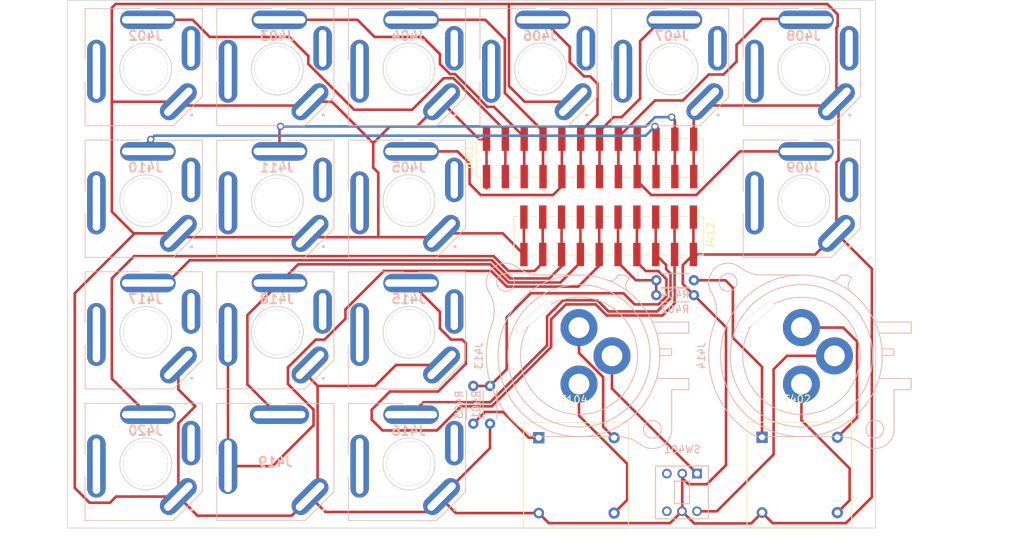
<source format=kicad_pcb>
(kicad_pcb (version 20211014) (generator pcbnew)
  (layers (0 "F.Cu" signal) (31 "B.Cu" signal) (34 "B.Paste" user) (35 "F.Paste" user) (36 "B.SilkS" user "B.Silkscreen") (37 "F.SilkS" user "F.Silkscreen") (38 "B.Mask" user) (39 "F.Mask" user) (44 "Edge.Cuts" user))
  (net 0 "")
  (net 1 "GND")
  (net 2 "CH1")
  (net 3 "CH2")
  (net 4 "CH3")
  (net 5 "CH4")
  (net 6 "CH5")
  (net 7 "CH6")
  (net 8 "CH7")
  (net 9 "CH8")
  (net 10 "CH9")
  (net 11 "CH10")
  (net 12 "Klinke R ")
  (net 13 "Klinke L")
  (net 14 "Main R")
  (net 15 "Main L")
  (net 16 "Kopfhörer L")
  (net 17 "Kopfhörer R")
  (net 18 "Rec R")
  (net 19 "Rec L")
  (net 20 "Net-(J413-Pad1)")
  (net 21 "Net-(J413-Pad2)")
  (net 22 "Net-(J413-Pad3)")
  (net 23 "Net-(J414-Pad1)")
  (net 24 "Net-(J414-Pad2)")
  (net 25 "Net-(J414-Pad3)")
  (net 26 "Net-(R403-Pad2)")
  (net 27 "Net-(R404-Pad2)")
  (footprint "Connector_PinHeader_2.54mm:PinHeader_2x10_P2.54mm_Vertical_SMD" (layer "F.Cu") (at 192 51.75 -90)
    (fp_text reference "J412")
    (fp_text value "Ausgänge")
  )
  (footprint "Transformer_THT:Transformer 102D" (layer "F.Cu") (at 193.75 80)
    (fp_text reference "T104")
    (fp_text value "XLR Rechts")
  )
  (footprint "Transformer_THT:Transformer 102D" (layer "F.Cu") (at 223.8635 79.936)
    (fp_text reference "T402")
    (fp_text value "XLR Links")
  )
  (footprint "Connector_PinHeader_2.54mm:PinHeader_2x12_P2.54mm_Vertical_SMD" (layer "F.Cu") (at 189.5 41.25 90)
    (fp_text reference "J401")
    (fp_text value "CH 1-10")
  )
  (footprint "Connector_Audio:Jack_XLR_Neutrik_NC3FAAV1-DA_Vertical" (layer "B.Cu") (at 218 71.75 -90)
    (fp_text reference "J414")
    (fp_text value "XLR Links")
  )
  (footprint "Connector_Audio:ACJSMV344 flat solder 6,3mm" (layer "B.Cu") (at 124.5685 86.92 180)
    (fp_text reference "J420")
    (fp_text value "AudioJack2_Switch" hide)
    (fp_circle (center -5 4.4) (end -6.8 1.4) (layer "Edge.Cuts") (width 0.12) (fill none))
  )
  (footprint "Connector_Audio:ACJSMV344 flat solder 6,3mm" (layer "B.Cu") (at 160.0685 51.42 180)
    (fp_text reference "J405")
    (fp_text value "Dir Out 3L" hide)
    (fp_circle (center -5 4.4) (end -6.8 1.4) (layer "Edge.Cuts") (width 0.12) (fill none))
  )
  (footprint "Connector_Audio:ACJSMV344 flat solder 6,3mm" (layer "B.Cu") (at 160.0685 69.17 180)
    (fp_text reference "J415")
    (fp_text value "6,3Klinke R" hide)
    (fp_circle (center -5 4.4) (end -6.8 1.4) (layer "Edge.Cuts") (width 0.12) (fill none))
  )
  (footprint "Connector_Audio:ACJSMV344 flat solder 6,3mm" (layer "B.Cu") (at 213.3185 33.67 180)
    (fp_text reference "J408")
    (fp_text value "Dir Out 6R" hide)
    (fp_circle (center -5 4.4) (end -6.8 1.4) (layer "Edge.Cuts") (width 0.12) (fill none))
  )
  (footprint "Connector_Audio:ACJSMV344 flat solder 6,3mm" (layer "B.Cu") (at 124.5685 69.17 180)
    (fp_text reference "J417")
    (fp_text value "AudioJack2_Switch" hide)
    (fp_circle (center -5 4.4) (end -6.8 1.4) (layer "Edge.Cuts") (width 0.12) (fill none))
  )
  (footprint "Resistor_THT:R_Axial_DIN0204_L3.6mm_D1.6mm_P5.08mm_Horizontal" (layer "B.Cu") (at 173.75 72 -90)
    (fp_text reference "R403")
    (fp_text value "?")
  )
  (footprint "Connector_Audio:ACJSMV344 flat solder 6,3mm" (layer "B.Cu") (at 213.3185 51.42 180)
    (fp_text reference "J409")
    (fp_text value "Dir Out 6L" hide)
    (fp_circle (center -5 4.4) (end -6.8 1.4) (layer "Edge.Cuts") (width 0.12) (fill none))
  )
  (footprint "Connector_Audio:ACJS-MV35-3 flat solder" (layer "B.Cu") (at 142.3185 86.92 180)
    (fp_text reference "J419")
    (fp_text value "Kopfhörer" hide)
  )
  (footprint "Resistor_THT:R_Axial_DIN0204_L3.6mm_D1.6mm_P5.08mm_Horizontal" (layer "B.Cu") (at 176 72 -90)
    (fp_text reference "R401")
    (fp_text value "?")
  )
  (footprint "Connector_Audio:ACJSMV344 flat solder 6,3mm" (layer "B.Cu") (at 142.3185 33.67 180)
    (fp_text reference "J403")
    (fp_text value "Dir Out 2" hide)
    (fp_circle (center -5 4.4) (end -6.8 1.4) (layer "Edge.Cuts") (width 0.12) (fill none))
  )
  (footprint "Connector_Audio:ACJSMV344 flat solder 6,3mm" (layer "B.Cu") (at 160.0685 33.67 180)
    (fp_text reference "J404")
    (fp_text value "Dir Out 3R" hide)
    (fp_circle (center -5 4.4) (end -6.8 1.4) (layer "Edge.Cuts") (width 0.12) (fill none))
  )
  (footprint "Connector_Audio:ACJSMV344 flat solder 6,3mm" (layer "B.Cu") (at 160.0685 86.92 180)
    (fp_text reference "J416")
    (fp_text value "AudioJack2_Switch" hide)
    (fp_circle (center -5 4.4) (end -6.8 1.4) (layer "Edge.Cuts") (width 0.12) (fill none))
  )
  (footprint "Connector_Audio:ACJSMV344 flat solder 6,3mm" (layer "B.Cu") (at 142.3185 69.17 180)
    (fp_text reference "J418")
    (fp_text value "AudioJack3" hide)
    (fp_circle (center -5 4.4) (end -6.8 1.4) (layer "Edge.Cuts") (width 0.12) (fill none))
  )
  (footprint "Connector_Audio:ACJSMV344 flat solder 6,3mm" (layer "B.Cu") (at 195.5685 33.67 180)
    (fp_text reference "J407")
    (fp_text value "Dir Out 5" hide)
    (fp_circle (center -5 4.4) (end -6.8 1.4) (layer "Edge.Cuts") (width 0.12) (fill none))
  )
  (footprint "Connector_Audio:ACJSMV344 flat solder 6,3mm" (layer "B.Cu") (at 142.3185 51.42 180)
    (fp_text reference "J411")
    (fp_text value "Dir Out 8" hide)
    (fp_circle (center -5 4.4) (end -6.8 1.4) (layer "Edge.Cuts") (width 0.12) (fill none))
  )
  (footprint "Button_Switch_THT:SW -- Latching_mini_SW" (layer "B.Cu") (at 204.4265 83.312 180)
    (fp_text reference "SW401")
    (fp_text value "Gnd Left")
  )
  (footprint "Resistor_THT:R_Axial_DIN0204_L3.6mm_D1.6mm_P5.08mm_Horizontal" (layer "B.Cu") (at 198.42 57.75)
    (fp_text reference "R404")
    (fp_text value "?")
  )
  (footprint "Connector_Audio:Jack_XLR_Neutrik_NC3FAAV1-DA_Vertical" (layer "B.Cu") (at 188 71.75 -90)
    (fp_text reference "J413")
    (fp_text value "XLR Rechts")
  )
  (footprint "Connector_Audio:ACJSMV344 flat solder 6,3mm" (layer "B.Cu") (at 177.8185 33.67 180)
    (fp_text reference "J406")
    (fp_text value "Dir Out 4" hide)
    (fp_circle (center -5 4.4) (end -6.8 1.4) (layer "Edge.Cuts") (width 0.12) (fill none))
  )
  (footprint "Connector_Audio:ACJSMV344 flat solder 6,3mm" (layer "B.Cu") (at 124.5685 33.67 180)
    (fp_text reference "J402")
    (fp_text value "Dir Out 1" hide)
    (fp_circle (center -5 4.4) (end -6.8 1.4) (layer "Edge.Cuts") (width 0.12) (fill none))
  )
  (footprint "Resistor_THT:R_Axial_DIN0204_L3.6mm_D1.6mm_P5.08mm_Horizontal" (layer "B.Cu") (at 198.42 59.75)
    (fp_text reference "R402")
    (fp_text value "?")
  )
  (footprint "Connector_Audio:ACJSMV344 flat solder 6,3mm" (layer "B.Cu") (at 124.5685 51.42 180)
    (fp_text reference "J410")
    (fp_text value "Dir Out 7" hide)
    (fp_circle (center -5 4.4) (end -6.8 1.4) (layer "Edge.Cuts") (width 0.12) (fill none))
  )
  (gr_rect (start 119 20) (end 227.99 91.16) (layer "Edge.Cuts") (width 0.1) (fill none))
  (segment (start 203.47 38.725) (end 203.47 43.775) (width 0.35) (layer "F.Cu") (net 1))
  (segment (start 133.9685 51.42) (end 128.08 51.42) (width 0.35) (layer "F.Cu") (net 1))
  (segment (start 136.25 74.75) (end 133.9685 72.4685) (width 0.35) (layer "F.Cu") (net 1))
  (segment (start 163.33 69.17) (end 160.5 72) (width 0.35) (layer "F.Cu") (net 1))
  (segment (start 176 77.08) (end 176 80.3885) (width 0.35) (layer "F.Cu") (net 1))
  (segment (start 133.9685 72.4685) (end 133.9685 69.17) (width 0.35) (layer "F.Cu") (net 1))
  (segment (start 222.7185 41.871903) (end 223 41.590403) (width 0.35) (layer "F.Cu") (net 1))
  (segment (start 203.43 54.275) (end 219.8635 54.275) (width 0.35) (layer "F.Cu") (net 1))
  (segment (start 133.9685 86.92) (end 133.9685 77.0315) (width 0.35) (layer "F.Cu") (net 1))
  (segment (start 178.55 31.55) (end 178.55 20.55) (width 0.35) (layer "F.Cu") (net 1))
  (segment (start 180.67 33.67) (end 178.55 31.55) (width 0.35) (layer "F.Cu") (net 1))
  (segment (start 154.67 33.67) (end 160.25 39.25) (width 0.35) (layer "F.Cu") (net 1))
  (segment (start 205.4835 34.185) (end 204.9685 33.67) (width 0.35) (layer "F.Cu") (net 1))
  (segment (start 203.47 35.1685) (end 204.9685 33.67) (width 0.35) (layer "F.Cu") (net 1))
  (segment (start 187.2185 33.67) (end 180.67 33.67) (width 0.35) (layer "F.Cu") (net 1))
  (segment (start 151.7185 69.17) (end 151.7185 70.9685) (width 0.35) (layer "F.Cu") (net 1))
  (segment (start 152.75 85.8885) (end 151.7185 86.92) (width 0.35) (layer "F.Cu") (net 1))
  (segment (start 133.9685 51.42) (end 134.4835 51.935) (width 0.35) (layer "F.Cu") (net 1))
  (segment (start 223 41.590403) (end 223 33.9515) (width 0.35) (layer "F.Cu") (net 1))
  (segment (start 211.231057 90.536443) (end 212.6875 89.08) (width 0.35) (layer "F.Cu") (net 1))
  (segment (start 120 85.75) (end 122 87.75) (width 0.35) (layer "F.Cu") (net 1))
  (segment (start 125 48.5) (end 125 33.75) (width 0.35) (layer "F.Cu") (net 1))
  (segment (start 160.935 51.935) (end 168.9535 51.935) (width 0.35) (layer "F.Cu") (net 1))
  (segment (start 227.5 87) (end 227.5 56.2015) (width 0.35) (layer "F.Cu") (net 1))
  (segment (start 201.9265 83.82) (end 201.9265 88.86) (width 0.35) (layer "F.Cu") (net 1))
  (segment (start 202 55.705) (end 203.43 54.275) (width 0.35) (layer "F.Cu") (net 1))
  (segment (start 219.8635 54.275) (end 222.7185 51.42) (width 0.35) (layer "F.Cu") (net 1))
  (segment (start 136 75) (end 136.25 74.75) (width 0.35) (layer "F.Cu") (net 1))
  (segment (start 152.75 72) (end 152.75 85.8885) (width 0.35) (layer "F.Cu") (net 1))
  (segment (start 133.9685 33.67) (end 134.4835 34.185) (width 0.35) (layer "F.Cu") (net 1))
  (segment (start 151.7185 33.67) (end 154.67 33.67) (width 0.35) (layer "F.Cu") (net 1))
  (segment (start 133.9685 86.92) (end 136.5485 89.5) (width 0.35) (layer "F.Cu") (net 1))
  (segment (start 205.25 85.25) (end 207.83 82.67) (width 0.35) (layer "F.Cu") (net 1))
  (segment (start 134.4835 34.185) (end 151.2035 34.185) (width 0.35) (layer "F.Cu") (net 1))
  (segment (start 151.2035 51.935) (end 151.7185 51.42) (width 0.35) (layer "F.Cu") (net 1))
  (segment (start 162.5 37) (end 166.1385 37) (width 0.35) (layer "F.Cu") (net 1))
  (segment (start 203.522943 90.536443) (end 211.231057 90.536443) (width 0.35) (layer "F.Cu") (net 1))
  (segment (start 222.2035 34.185) (end 205.4835 34.185) (width 0.35) (layer "F.Cu") (net 1))
  (segment (start 171.394 89.144) (end 182.574 89.144) (width 0.35) (layer "F.Cu") (net 1))
  (segment (start 134.4835 51.935) (end 151.2035 51.935) (width 0.35) (layer "F.Cu") (net 1))
  (segment (start 151.7185 86.92) (end 153.7985 89) (width 0.35) (layer "F.Cu") (net 1))
  (segment (start 178.55 20.55) (end 178.5 20.5) (width 0.35) (layer "F.Cu") (net 1))
  (segment (start 201.8865 88.9) (end 203.522943 90.536443) (width 0.35) (layer "F.Cu") (net 1))
  (segment (start 175.53 38.725) (end 175.53 43.775) (width 0.35) (layer "F.Cu") (net 1))
  (segment (start 223 33.9515) (end 222.7185 33.67) (width 0.35) (layer "F.Cu") (net 1))
  (segment (start 201.9265 83.82) (end 201.9265 84.4265) (width 0.35) (layer "F.Cu") (net 1))
  (segment (start 212.6875 89.08) (end 214.1075 90.5) (width 0.35) (layer "F.Cu") (net 1))
  (segment (start 122 87.75) (end 124.75 87.75) (width 0.35) (layer "F.Cu") (net 1))
  (segment (start 202 58.25) (end 202 55.705) (width 0.35) (layer "F.Cu") (net 1))
  (segment (start 222.7185 23.669798) (end 222.888298 23.5) (width 0.35) (layer "F.Cu") (net 1))
  (segment (start 201.9265 88.86) (end 201.8865 88.9) (width 0.35) (layer "F.Cu") (net 1))
  (segment (start 152.2335 51.935) (end 160.935 51.935) (width 0.35) (layer "F.Cu") (net 1))
  (segment (start 203.43 43.815) (end 203.47 43.775) (width 0.35) (layer "F.Cu") (net 1))
  (segment (start 160.25 39.25) (end 162.5 37) (width 0.35) (layer "F.Cu") (net 1))
  (segment (start 222.888298 21.888298) (end 221.5 20.5) (width 0.35) (layer "F.Cu") (net 1))
  (segment (start 120 59.5) (end 120 85.75) (width 0.35) (layer "F.Cu") (net 1))
  (segment (start 177.715 51.42) (end 180.57 54.275) (width 0.35) (layer "F.Cu") (net 1))
  (segment (start 160.25 42.560403) (end 160.25 39.25) (width 0.35) (layer "F.Cu") (net 1))
  (segment (start 149.25 89.5) (end 151.7185 87.0315) (width 0.35) (layer "F.Cu") (net 1))
  (segment (start 214.1075 90.5) (end 224 90.5) (width 0.35) (layer "F.Cu") (net 1))
  (segment (start 169.4685 86.92) (end 169.4685 87.2185) (width 0.35) (layer "F.Cu") (net 1))
  (segment (start 125.08 33.67) (end 125 33.75) (width 0.35) (layer "F.Cu") (net 1))
  (segment (start 222.7185 33.67) (end 222.7185 23.669798) (width 0.35) (layer "F.Cu") (net 1))
  (segment (start 222.7185 51.42) (end 222.7185 41.871903) (width 0.35) (layer "F.Cu") (net 1))
  (segment (start 178.5 20.5) (end 125.5 20.5) (width 0.35) (layer "F.Cu") (net 1))
  (segment (start 133.9685 51.42) (end 127.92 51.42) (width 0.35) (layer "F.Cu") (net 1))
  (segment (start 169.4685 69.17) (end 163.33 69.17) (width 0.35) (layer "F.Cu") (net 1))
  (segment (start 175.53 38.725) (end 174.5235 38.725) (width 0.35) (layer "F.Cu") (net 1))
  (segment (start 151.7185 51.42) (end 152.2335 51.935) (width 0.35) (layer "F.Cu") (net 1))
  (segment (start 183.93 90.5) (end 200.2865 90.5) (width 0.35) (layer "F.Cu") (net 1))
  (segment (start 160.935 51.935) (end 160.935 43.245403) (width 0.35) (layer "F.Cu") (net 1))
  (segment (start 203.43 49.225) (end 203.43 54.275) (width 0.35) (layer "F.Cu") (net 1))
  (segment (start 201.9265 84.4265) (end 202.75 85.25) (width 0.35) (layer "F.Cu") (net 1))
  (segment (start 203.47 38.725) (end 203.47 35.1685) (width 0.35) (layer "F.Cu") (net 1))
  (segment (start 207.83 64.08) (end 202 58.25) (width 0.35) (layer "F.Cu") (net 1))
  (segment (start 125.58 86.92) (end 133.9685 86.92) (width 0.35) (layer "F.Cu") (net 1))
  (segment (start 224 90.5) (end 227.5 87) (width 0.35) (layer "F.Cu") (net 1))
  (segment (start 153.7985 89) (end 167.3885 89) (width 0.35) (layer "F.Cu") (net 1))
  (segment (start 207.83 82.67) (end 207.83 64.08) (width 0.35) (layer "F.Cu") (net 1))
  (segment (start 151.2035 34.185) (end 151.7185 33.67) (width 0.35) (layer "F.Cu") (net 1))
  (segment (start 202.75 85.25) (end 205.25 85.25) (width 0.35) (layer "F.Cu") (net 1))
  (segment (start 151.7185 70.9685) (end 152.75 72) (width 0.35) (layer "F.Cu") (net 1))
  (segment (start 222.888298 23.5) (end 222.888298 21.888298) (width 0.35) (layer "F.Cu") (net 1))
  (segment (start 160.5 72) (end 152.75 72) (width 0.35) (layer "F.Cu") (net 1))
  (segment (start 128.08 51.42) (end 120 59.5) (width 0.35) (layer "F.Cu") (net 1))
  (segment (start 125.5 20.5) (end 125 21) (width 0.35) (layer "F.Cu") (net 1))
  (segment (start 174.5235 38.725) (end 169.4685 33.67) (width 0.35) (layer "F.Cu") (net 1))
  (segment (start 133.9685 77.0315) (end 136 75) (width 0.35) (layer "F.Cu") (net 1))
  (segment (start 166.1385 37) (end 169.4685 33.67) (width 0.35) (layer "F.Cu") (net 1))
  (segment (start 136.5485 89.5) (end 149.25 89.5) (width 0.35) (layer "F.Cu") (net 1))
  (segment (start 175.53 44.185) (end 175.53 43.775) (width 0.35) (layer "F.Cu") (net 1))
  (segment (start 222.7185 33.67) (end 222.2035 34.185) (width 0.35) (layer "F.Cu") (net 1))
  (segment (start 169.4685 87.2185) (end 171.394 89.144) (width 0.35) (layer "F.Cu") (net 1))
  (segment (start 221.5 20.5) (end 178.5 20.5) (width 0.35) (layer "F.Cu") (net 1))
  (segment (start 124.75 87.75) (end 125.58 86.92) (width 0.35) (layer "F.Cu") (net 1))
  (segment (start 182.574 89.144) (end 183.93 90.5) (width 0.35) (layer "F.Cu") (net 1))
  (segment (start 125 21) (end 125 33.75) (width 0.35) (layer "F.Cu") (net 1))
  (segment (start 151.7185 87.0315) (end 151.7185 86.92) (width 0.35) (layer "F.Cu") (net 1))
  (segment (start 133.9685 33.67) (end 125.08 33.67) (width 0.35) (layer "F.Cu") (net 1))
  (segment (start 160.935 43.245403) (end 160.25 42.560403) (width 0.35) (layer "F.Cu") (net 1))
  (segment (start 168.9535 51.935) (end 169.4685 51.42) (width 0.35) (layer "F.Cu") (net 1))
  (segment (start 180.57 49.225) (end 180.57 54.275) (width 0.35) (layer "F.Cu") (net 1))
  (segment (start 167.3885 89) (end 169.4685 86.92) (width 0.35) (layer "F.Cu") (net 1))
  (segment (start 175.53 43.775) (end 175.53 45.3585) (width 0.35) (layer "F.Cu") (net 1))
  (segment (start 176 80.3885) (end 169.4685 86.92) (width 0.35) (layer "F.Cu") (net 1))
  (segment (start 169.4685 51.42) (end 177.715 51.42) (width 0.35) (layer "F.Cu") (net 1))
  (segment (start 127.92 51.42) (end 125 48.5) (width 0.35) (layer "F.Cu") (net 1))
  (segment (start 227.5 56.2015) (end 222.7185 51.42) (width 0.35) (layer "F.Cu") (net 1))
  (segment (start 200.2865 90.5) (end 201.8865 88.9) (width 0.35) (layer "F.Cu") (net 1))
  (segment (start 169.4685 69.17) (end 168.9535 69.685) (width 0.35) (layer "B.Cu") (net 1))
  (segment (start 152.2335 69.685) (end 151.7185 69.17) (width 0.35) (layer "B.Cu") (net 1))
  (segment (start 165.5 34.75) (end 157.670403 34.75) (width 0.35) (layer "F.Cu") (net 2))
  (segment (start 171.071472 30.5) (end 169.75 30.5) (width 0.35) (layer "F.Cu") (net 2))
  (segment (start 172.330937 31.830937) (end 172.330937 31.759465) (width 0.35) (layer "F.Cu") (net 2))
  (segment (start 148.935 24.935) (end 138.201597 24.935) (width 0.35) (layer "F.Cu") (net 2))
  (segment (start 135.886597 22.62) (end 129.8585 22.62) (width 0.35) (layer "F.Cu") (net 2))
  (segment (start 178.07 37.57) (end 172.330937 31.830937) (width 0.35) (layer "F.Cu") (net 2))
  (segment (start 151.5 27.5) (end 148.935 24.935) (width 0.35) (layer "F.Cu") (net 2))
  (segment (start 151.5 28.579597) (end 151.5 27.5) (width 0.35) (layer "F.Cu") (net 2))
  (segment (start 138.201597 24.935) (end 135.886597 22.62) (width 0.35) (layer "F.Cu") (net 2))
  (segment (start 172.330937 31.759465) (end 171.071472 30.5) (width 0.35) (layer "F.Cu") (net 2))
  (segment (start 178.07 38.725) (end 178.07 37.57) (width 0.35) (layer "F.Cu") (net 2))
  (segment (start 178.07 38.725) (end 178.07 43.775) (width 0.35) (layer "F.Cu") (net 2))
  (segment (start 157.670403 34.75) (end 151.5 28.579597) (width 0.35) (layer "F.Cu") (net 2))
  (segment (start 169.75 30.5) (end 165.5 34.75) (width 0.35) (layer "F.Cu") (net 2))
  (segment (start 175.638909 34.361091) (end 174.5435 33.265682) (width 0.35) (layer "F.Cu") (net 3))
  (segment (start 180.61 38.44) (end 176.531091 34.361091) (width 0.35) (layer "F.Cu") (net 3))
  (segment (start 170.620403 29.95) (end 169.25 28.579597) (width 0.35) (layer "F.Cu") (net 3))
  (segment (start 176.531091 34.361091) (end 175.638909 34.361091) (width 0.35) (layer "F.Cu") (net 3))
  (segment (start 180.61 38.725) (end 180.61 38.44) (width 0.35) (layer "F.Cu") (net 3))
  (segment (start 160.435 24.935) (end 158.12 22.62) (width 0.35) (layer "F.Cu") (net 3))
  (segment (start 169.25 28.579597) (end 169.25 27.25) (width 0.35) (layer "F.Cu") (net 3))
  (segment (start 174.5435 33.265682) (end 174.5435 33.19421) (width 0.35) (layer "F.Cu") (net 3))
  (segment (start 180.61 38.725) (end 180.61 43.775) (width 0.35) (layer "F.Cu") (net 3))
  (segment (start 166.935 24.935) (end 160.435 24.935) (width 0.35) (layer "F.Cu") (net 3))
  (segment (start 158.12 22.62) (end 147.6085 22.62) (width 0.35) (layer "F.Cu") (net 3))
  (segment (start 171.29929 29.95) (end 170.620403 29.95) (width 0.35) (layer "F.Cu") (net 3))
  (segment (start 169.25 27.25) (end 166.935 24.935) (width 0.35) (layer "F.Cu") (net 3))
  (segment (start 174.5435 33.19421) (end 171.29929 29.95) (width 0.35) (layer "F.Cu") (net 3))
  (segment (start 175.37 22.62) (end 165.3585 22.62) (width 0.35) (layer "F.Cu") (net 4))
  (segment (start 178 25.25) (end 175.37 22.62) (width 0.35) (layer "F.Cu") (net 4))
  (segment (start 183.15 37.65) (end 178 32.5) (width 0.35) (layer "F.Cu") (net 4))
  (segment (start 183.15 38.725) (end 183.15 43.775) (width 0.35) (layer "F.Cu") (net 4))
  (segment (start 178 32.5) (end 178 25.25) (width 0.35) (layer "F.Cu") (net 4))
  (segment (start 183.15 38.725) (end 183.15 37.65) (width 0.35) (layer "F.Cu") (net 4))
  (segment (start 173.25 44.75) (end 173.25 42) (width 0.35) (layer "F.Cu") (net 5))
  (segment (start 185.69 38.725) (end 185.69 43.775) (width 0.35) (layer "F.Cu") (net 5))
  (segment (start 174.75 46.25) (end 173.25 44.75) (width 0.35) (layer "F.Cu") (net 5))
  (segment (start 173.25 42) (end 171.62 40.37) (width 0.35) (layer "F.Cu") (net 5))
  (segment (start 185.69 44.06) (end 185.75 44.12) (width 0.35) (layer "F.Cu") (net 5))
  (segment (start 184.5 46.25) (end 174.75 46.25) (width 0.35) (layer "F.Cu") (net 5))
  (segment (start 185.75 45) (end 184.5 46.25) (width 0.35) (layer "F.Cu") (net 5))
  (segment (start 185.69 43.775) (end 185.69 44.06) (width 0.35) (layer "F.Cu") (net 5))
  (segment (start 185.75 44.12) (end 185.75 45) (width 0.35) (layer "F.Cu") (net 5))
  (segment (start 171.62 40.37) (end 165.3585 40.37) (width 0.35) (layer "F.Cu") (net 5))
  (segment (start 189.5 30.25) (end 188.670403 30.25) (width 0.35) (layer "F.Cu") (net 6))
  (segment (start 190.5 35.38) (end 190.5 31.25) (width 0.35) (layer "F.Cu") (net 6))
  (segment (start 186.75 28.329597) (end 186.75 26.2615) (width 0.35) (layer "F.Cu") (net 6))
  (segment (start 186.75 26.2615) (end 183.1085 22.62) (width 0.35) (layer "F.Cu") (net 6))
  (segment (start 188.23 38.725) (end 188.23 37.65) (width 0.35) (layer "F.Cu") (net 6))
  (segment (start 188.670403 30.25) (end 186.75 28.329597) (width 0.35) (layer "F.Cu") (net 6))
  (segment (start 190.5 31.25) (end 189.5 30.25) (width 0.35) (layer "F.Cu") (net 6))
  (segment (start 188.23 38.725) (end 188.23 43.775) (width 0.35) (layer "F.Cu") (net 6))
  (segment (start 188.23 37.65) (end 190.5 35.38) (width 0.35) (layer "F.Cu") (net 6))
  (segment (start 193.75 35.75) (end 196.25 33.25) (width 0.35) (layer "F.Cu") (net 7))
  (segment (start 190.77 38.725) (end 190.77 37.65) (width 0.35) (layer "F.Cu") (net 7))
  (segment (start 192.67 35.75) (end 193.75 35.75) (width 0.35) (layer "F.Cu") (net 7))
  (segment (start 190.77 38.725) (end 190.77 43.775) (width 0.35) (layer "F.Cu") (net 7))
  (segment (start 190.77 37.65) (end 192.67 35.75) (width 0.35) (layer "F.Cu") (net 7))
  (segment (start 196.25 25.5) (end 199.13 22.62) (width 0.35) (layer "F.Cu") (net 7))
  (segment (start 196.25 33.25) (end 196.25 25.5) (width 0.35) (layer "F.Cu") (net 7))
  (segment (start 199.13 22.62) (end 200.8585 22.62) (width 0.35) (layer "F.Cu") (net 7))
  (segment (start 209.25 28.25) (end 209.25 26) (width 0.35) (layer "F.Cu") (net 8))
  (segment (start 202 33.5) (end 205.5 30) (width 0.35) (layer "F.Cu") (net 8))
  (segment (start 212.75 22.5) (end 218.4885 22.5) (width 0.35) (layer "F.Cu") (net 8))
  (segment (start 193.31 38.725) (end 193.31 38.44) (width 0.35) (layer "F.Cu") (net 8))
  (segment (start 218.4885 22.5) (end 218.6085 22.62) (width 0.35) (layer "F.Cu") (net 8))
  (segment (start 193.31 38.44) (end 198.25 33.5) (width 0.35) (layer "F.Cu") (net 8))
  (segment (start 209.25 26) (end 212.75 22.5) (width 0.35) (layer "F.Cu") (net 8))
  (segment (start 205.5 30) (end 207.5 30) (width 0.35) (layer "F.Cu") (net 8))
  (segment (start 207.5 30) (end 209.25 28.25) (width 0.35) (layer "F.Cu") (net 8))
  (segment (start 193.31 38.725) (end 193.31 43.775) (width 0.35) (layer "F.Cu") (net 8))
  (segment (start 198.25 33.5) (end 202 33.5) (width 0.35) (layer "F.Cu") (net 8))
  (segment (start 195.85 38.725) (end 195.85 43.775) (width 0.35) (layer "F.Cu") (net 9))
  (segment (start 195.85 44.35) (end 195.85 43.775) (width 0.35) (layer "F.Cu") (net 9))
  (segment (start 218.6085 40.37) (end 209.7 40.37) (width 0.35) (layer "F.Cu") (net 9))
  (segment (start 209.7 40.37) (end 203.82 46.25) (width 0.35) (layer "F.Cu") (net 9))
  (segment (start 203.82 46.25) (end 197.75 46.25) (width 0.35) (layer "F.Cu") (net 9))
  (segment (start 197.75 46.25) (end 195.85 44.35) (width 0.35) (layer "F.Cu") (net 9))
  (segment (start 129.8585 39.1415) (end 130.25 38.75) (width 0.35) (layer "F.Cu") (net 10))
  (segment (start 198.39 38.725) (end 198.39 43.775) (width 0.35) (layer "F.Cu") (net 10))
  (segment (start 198.39 37.14) (end 198.25 37) (width 0.35) (layer "F.Cu") (net 10))
  (segment (start 198.39 38.725) (end 198.39 37.14) (width 0.35) (layer "F.Cu") (net 10))
  (segment (start 129.8585 40.37) (end 129.8585 39.1415) (width 0.35) (layer "F.Cu") (net 10))
  (via (at 130.25 38.75) (size 1) (drill 0.6) (layers "F.Cu" "B.Cu") (net 10))
  (via (at 198.25 37) (size 1) (drill 0.6) (layers "F.Cu" "B.Cu") (net 10))
  (segment (start 197 38.25) (end 130.75 38.25) (width 0.35) (layer "B.Cu") (net 10))
  (segment (start 198.25 37) (end 197 38.25) (width 0.35) (layer "B.Cu") (net 10))
  (segment (start 130.75 38.25) (end 130.25 38.75) (width 0.35) (layer "B.Cu") (net 10))
  (segment (start 200.93 38.725) (end 200.93 43.775) (width 0.35) (layer "F.Cu") (net 11))
  (segment (start 200.93 36.18) (end 200.5 35.75) (width 0.35) (layer "F.Cu") (net 11))
  (segment (start 147.6085 40.37) (end 147.6085 37.1415) (width 0.35) (layer "F.Cu") (net 11))
  (segment (start 200.93 38.725) (end 200.93 36.18) (width 0.35) (layer "F.Cu") (net 11))
  (segment (start 147.6085 37.1415) (end 147.75 37) (width 0.35) (layer "F.Cu") (net 11))
  (via (at 147.75 37) (size 1) (drill 0.6) (layers "F.Cu" "B.Cu") (net 11))
  (via (at 200.5 35.75) (size 1) (drill 0.6) (layers "F.Cu" "B.Cu") (net 11))
  (segment (start 147.75 37) (end 197.012563 37) (width 0.35) (layer "B.Cu") (net 11))
  (segment (start 197.012563 37) (end 198.262563 35.75) (width 0.35) (layer "B.Cu") (net 11))
  (segment (start 198.262563 35.75) (end 200.5 35.75) (width 0.35) (layer "B.Cu") (net 11))
  (segment (start 160.0435 75.2065) (end 160.0435 76.5435) (width 0.35) (layer "F.Cu") (net 12))
  (segment (start 172.25 65.75) (end 172.75 66.25) (width 0.35) (layer "F.Cu") (net 12))
  (segment (start 184.25 63) (end 186.25 61) (width 0.35) (layer "F.Cu") (net 12))
  (segment (start 169.25 62.0115) (end 169.25 64.25) (width 0.35) (layer "F.Cu") (net 12))
  (segment (start 172.090403 74.75) (end 176.25 74.75) (width 0.35) (layer "F.Cu") (net 12))
  (segment (start 172.75 69) (end 169 72.75) (width 0.35) (layer "F.Cu") (net 12))
  (segment (start 170.75 65.75) (end 172.25 65.75) (width 0.35) (layer "F.Cu") (net 12))
  (segment (start 186.5 61) (end 190.25 61) (width 0.35) (layer "F.Cu") (net 12))
  (segment (start 200.89 60.86) (end 200.89 54.275) (width 0.35) (layer "F.Cu") (net 12))
  (segment (start 186.25 61) (end 186.75 61) (width 0.35) (layer "F.Cu") (net 12))
  (segment (start 161.5 78) (end 168.840403 78) (width 0.35) (layer "F.Cu") (net 12))
  (segment (start 200.89 49.225) (end 200.89 54.275) (width 0.35) (layer "F.Cu") (net 12))
  (segment (start 199.25 62.5) (end 200.89 60.86) (width 0.35) (layer "F.Cu") (net 12))
  (segment (start 169 72.75) (end 162.5 72.75) (width 0.35) (layer "F.Cu") (net 12))
  (segment (start 165.3585 58.12) (end 169.25 62.0115) (width 0.35) (layer "F.Cu") (net 12))
  (segment (start 172.75 66.25) (end 172.75 69) (width 0.35) (layer "F.Cu") (net 12))
  (segment (start 184.25 66.75) (end 184.25 63) (width 0.35) (layer "F.Cu") (net 12))
  (segment (start 191.75 62.5) (end 199.25 62.5) (width 0.35) (layer "F.Cu") (net 12))
  (segment (start 160.0435 76.5435) (end 161.5 78) (width 0.35) (layer "F.Cu") (net 12))
  (segment (start 169.25 64.25) (end 170.75 65.75) (width 0.35) (layer "F.Cu") (net 12))
  (segment (start 190.25 61) (end 191.75 62.5) (width 0.35) (layer "F.Cu") (net 12))
  (segment (start 168.840403 78) (end 172.090403 74.75) (width 0.35) (layer "F.Cu") (net 12))
  (segment (start 162.5 72.75) (end 160.0435 75.2065) (width 0.35) (layer "F.Cu") (net 12))
  (segment (start 176.25 74.75) (end 184.25 66.75) (width 0.35) (layer "F.Cu") (net 12))
  (segment (start 199.75 56.25) (end 199.75 55.675) (width 0.35) (layer "F.Cu") (net 13))
  (segment (start 183.7 66.522182) (end 183.7 62.610729) (width 0.35) (layer "F.Cu") (net 13))
  (segment (start 167.13 75.87) (end 165.3585 75.87) (width 0.35) (layer "F.Cu") (net 13))
  (segment (start 183.7 62.610729) (end 185.860729 60.45) (width 0.35) (layer "F.Cu") (net 13))
  (segment (start 200.34 56.84) (end 199.75 56.25) (width 0.35) (layer "F.Cu") (net 13))
  (segment (start 165.3585 75.87) (end 167.0285 74.2) (width 0.35) (layer "F.Cu") (net 13))
  (segment (start 191.977818 61.95) (end 198.55 61.95) (width 0.35) (layer "F.Cu") (net 13))
  (segment (start 167.0285 74.2) (end 176.022182 74.2) (width 0.35) (layer "F.Cu") (net 13))
  (segment (start 199.75 55.675) (end 198.35 54.275) (width 0.35) (layer "F.Cu") (net 13))
  (segment (start 185.860729 60.45) (end 190.477818 60.45) (width 0.35) (layer "F.Cu") (net 13))
  (segment (start 198.35 49.225) (end 198.35 54.275) (width 0.35) (layer "F.Cu") (net 13))
  (segment (start 165.3585 75.87) (end 166.88 75.87) (width 0.35) (layer "F.Cu") (net 13))
  (segment (start 176.022182 74.2) (end 183.7 66.522182) (width 0.35) (layer "F.Cu") (net 13))
  (segment (start 200.34 60.16) (end 200.34 56.84) (width 0.35) (layer "F.Cu") (net 13))
  (segment (start 190.477818 60.45) (end 191.977818 61.95) (width 0.35) (layer "F.Cu") (net 13))
  (segment (start 198.55 61.95) (end 200.34 60.16) (width 0.35) (layer "F.Cu") (net 13))
  (segment (start 195.81 49.225) (end 195.81 54.275) (width 0.35) (layer "F.Cu") (net 14))
  (segment (start 178.25 62.75) (end 181.5 59.5) (width 0.35) (layer "F.Cu") (net 14))
  (segment (start 176 72) (end 178.25 69.75) (width 0.35) (layer "F.Cu") (net 14))
  (segment (start 181.5 59.5) (end 194 59.5) (width 0.35) (layer "F.Cu") (net 14))
  (segment (start 173.75 72) (end 176 72) (width 0.35) (layer "F.Cu") (net 14))
  (segment (start 197 56.5) (end 195.81 55.31) (width 0.35) (layer "F.Cu") (net 14))
  (segment (start 194 59.5) (end 195.5 61) (width 0.35) (layer "F.Cu") (net 14))
  (segment (start 199.79 57.59972) (end 198.69028 56.5) (width 0.35) (layer "F.Cu") (net 14))
  (segment (start 178.25 69.75) (end 178.25 62.75) (width 0.35) (layer "F.Cu") (net 14))
  (segment (start 198.69028 56.5) (end 197 56.5) (width 0.35) (layer "F.Cu") (net 14))
  (segment (start 195.5 61) (end 198.722182 61) (width 0.35) (layer "F.Cu") (net 14))
  (segment (start 199.79 59.932182) (end 199.79 57.59972) (width 0.35) (layer "F.Cu") (net 14))
  (segment (start 195.81 55.31) (end 195.81 54.275) (width 0.35) (layer "F.Cu") (net 14))
  (segment (start 198.722182 61) (end 199.79 59.932182) (width 0.35) (layer "F.Cu") (net 14))
  (segment (start 193.27 49.225) (end 193.27 54.275) (width 0.35) (layer "F.Cu") (net 15))
  (segment (start 198.42 59.25) (end 198.42 57.75) (width 0.35) (layer "F.Cu") (net 15))
  (segment (start 198.42 57.75) (end 195.67 57.75) (width 0.35) (layer "F.Cu") (net 15))
  (segment (start 193.27 55.35) (end 193.27 54.275) (width 0.35) (layer "F.Cu") (net 15))
  (segment (start 195.67 57.75) (end 193.27 55.35) (width 0.35) (layer "F.Cu") (net 15))
  (segment (start 178.266546 58.6) (end 187.9 58.6) (width 0.35) (layer "F.Cu") (net 16))
  (segment (start 152.2 75.2) (end 148.75 71.75) (width 0.35) (layer "F.Cu") (net 16))
  (segment (start 152.2 77.3) (end 152.2 75.2) (width 0.35) (layer "F.Cu") (net 16))
  (segment (start 153.686597 65.75) (end 156.5 62.936597) (width 0.35) (layer "F.Cu") (net 16))
  (segment (start 187.9 58.6) (end 190.73 55.77) (width 0.35) (layer "F.Cu") (net 16))
  (segment (start 190.73 49.225) (end 190.73 54.275) (width 0.35) (layer "F.Cu") (net 16))
  (segment (start 156.5 62.936597) (end 156.5 61.680403) (width 0.35) (layer "F.Cu") (net 16))
  (segment (start 148.75 69.5) (end 152.5 65.75) (width 0.35) (layer "F.Cu") (net 16))
  (segment (start 161.685403 56.495) (end 176.161546 56.495) (width 0.35) (layer "F.Cu") (net 16))
  (segment (start 156.5 61.680403) (end 161.685403 56.495) (width 0.35) (layer "F.Cu") (net 16))
  (segment (start 176.161546 56.495) (end 178.266546 58.6) (width 0.35) (layer "F.Cu") (net 16))
  (segment (start 148.75 71.75) (end 148.75 69.5) (width 0.35) (layer "F.Cu") (net 16))
  (segment (start 152.5 65.75) (end 153.686597 65.75) (width 0.35) (layer "F.Cu") (net 16))
  (segment (start 140.6685 65.06) (end 140.6685 82.81) (width 0.35) (layer "F.Cu") (net 16))
  (segment (start 146.69 82.81) (end 152.2 77.3) (width 0.35) (layer "F.Cu") (net 16))
  (segment (start 190.73 55.77) (end 190.73 54.275) (width 0.35) (layer "F.Cu") (net 16))
  (segment (start 140.6685 82.81) (end 146.69 82.81) (width 0.35) (layer "F.Cu") (net 16))
  (segment (start 147.6085 75.87) (end 147.3585 75.87) (width 0.35) (layer "F.Cu") (net 17))
  (segment (start 147.3585 75.87) (end 143.278499 71.789999) (width 0.35) (layer "F.Cu") (net 17))
  (segment (start 176.044364 55.6) (end 150.1285 55.6) (width 0.35) (layer "F.Cu") (net 17))
  (segment (start 143.278499 62.450001) (end 147.6085 58.12) (width 0.35) (layer "F.Cu") (net 17))
  (segment (start 143.278499 71.789999) (end 143.278499 62.450001) (width 0.35) (layer "F.Cu") (net 17))
  (segment (start 185.49 58.05) (end 178.494364 58.05) (width 0.35) (layer "F.Cu") (net 17))
  (segment (start 188.19 54.275) (end 188.19 55.35) (width 0.35) (layer "F.Cu") (net 17))
  (segment (start 178.494364 58.05) (end 176.044364 55.6) (width 0.35) (layer "F.Cu") (net 17))
  (segment (start 150.1285 55.6) (end 147.6085 58.12) (width 0.35) (layer "F.Cu") (net 17))
  (segment (start 188.19 49.225) (end 188.19 54.275) (width 0.35) (layer "F.Cu") (net 17))
  (segment (start 188.19 55.35) (end 185.49 58.05) (width 0.35) (layer "F.Cu") (net 17))
  (segment (start 176.272182 55.05) (end 178.722182 57.5) (width 0.35) (layer "F.Cu") (net 18))
  (segment (start 135.5 55.05) (end 176.272182 55.05) (width 0.35) (layer "F.Cu") (net 18))
  (segment (start 185.65 49.225) (end 185.65 54.275) (width 0.35) (layer "F.Cu") (net 18))
  (segment (start 132.43 58.12) (end 135.5 55.05) (width 0.35) (layer "F.Cu") (net 18))
  (segment (start 178.722182 57.5) (end 184 57.5) (width 0.35) (layer "F.Cu") (net 18))
  (segment (start 129.8585 58.12) (end 132.43 58.12) (width 0.35) (layer "F.Cu") (net 18))
  (segment (start 185.65 55.85) (end 185.65 54.275) (width 0.35) (layer "F.Cu") (net 18))
  (segment (start 184 57.5) (end 185.65 55.85) (width 0.35) (layer "F.Cu") (net 18))
  (segment (start 125 71.0115) (end 129.8585 75.87) (width 0.35) (layer "F.Cu") (net 19))
  (segment (start 183.11 55.39) (end 182 56.5) (width 0.35) (layer "F.Cu") (net 19))
  (segment (start 178.5 56.5) (end 176.5 54.5) (width 0.35) (layer "F.Cu") (net 19))
  (segment (start 183.11 49.225) (end 183.11 54.275) (width 0.35) (layer "F.Cu") (net 19))
  (segment (start 183.11 54.275) (end 183.11 55.39) (width 0.35) (layer "F.Cu") (net 19))
  (segment (start 128 54.5) (end 125 57.5) (width 0.35) (layer "F.Cu") (net 19))
  (segment (start 176.5 54.5) (end 128 54.5) (width 0.35) (layer "F.Cu") (net 19))
  (segment (start 182 56.5) (end 178.5 56.5) (width 0.35) (layer "F.Cu") (net 19))
  (segment (start 125 57.5) (end 125 71.0115) (width 0.35) (layer "F.Cu") (net 19))
  (segment (start 188 76) (end 188 71.75) (width 0.35) (layer "F.Cu") (net 20))
  (segment (start 192.734 89.144) (end 194.5 87.378) (width 0.35) (layer "F.Cu") (net 20))
  (segment (start 194.5 82.5) (end 188 76) (width 0.35) (layer "F.Cu") (net 20))
  (segment (start 194.5 87.378) (end 194.5 82.5) (width 0.35) (layer "F.Cu") (net 20))
  (segment (start 192.734 78.984) (end 191.259136 77.509136) (width 0.35) (layer "F.Cu") (net 21))
  (segment (start 191.259136 70.815) (end 188 67.555864) (width 0.35) (layer "F.Cu") (net 21))
  (segment (start 191.259136 77.509136) (end 191.259136 70.815) (width 0.35) (layer "F.Cu") (net 21))
  (segment (start 188 67.555864) (end 188 64.13) (width 0.35) (layer "F.Cu") (net 21))
  (segment (start 203.9185 83.82) (end 192.45 72.3515) (width 0.35) (layer "F.Cu") (net 22))
  (segment (start 192.45 72.3515) (end 192.45 67.94) (width 0.35) (layer "F.Cu") (net 22))
  (segment (start 218 76.618086) (end 224.5 83.118086) (width 0.35) (layer "F.Cu") (net 23))
  (segment (start 224.5 87.4275) (end 222.8475 89.08) (width 0.35) (layer "F.Cu") (net 23))
  (segment (start 224.5 83.118086) (end 224.5 87.4275) (width 0.35) (layer "F.Cu") (net 23))
  (segment (start 218 71.75) (end 218 76.618086) (width 0.35) (layer "F.Cu") (net 23))
  (segment (start 225.5 76.2675) (end 222.8475 78.92) (width 0.35) (layer "F.Cu") (net 24))
  (segment (start 225.5 66) (end 225.5 76.2675) (width 0.35) (layer "F.Cu") (net 24))
  (segment (start 218 64.13) (end 223.63 64.13) (width 0.35) (layer "F.Cu") (net 24))
  (segment (start 223.63 64.13) (end 225.5 66) (width 0.35) (layer "F.Cu") (net 24))
  (segment (start 214.25 69.75) (end 216.06 67.94) (width 0.35) (layer "F.Cu") (net 25))
  (segment (start 206.6 88.9) (end 214.25 81.25) (width 0.35) (layer "F.Cu") (net 25))
  (segment (start 216.06 67.94) (end 222.45 67.94) (width 0.35) (layer "F.Cu") (net 25))
  (segment (start 214.25 81.25) (end 214.25 69.75) (width 0.35) (layer "F.Cu") (net 25))
  (segment (start 203.9185 88.9) (end 206.6 88.9) (width 0.35) (layer "F.Cu") (net 25))
  (segment (start 181.234 78.984) (end 182.574 78.984) (width 0.35) (layer "F.Cu") (net 26))
  (segment (start 175.33 75.5) (end 177.75 75.5) (width 0.35) (layer "F.Cu") (net 26))
  (segment (start 173.75 77.08) (end 175.33 75.5) (width 0.35) (layer "F.Cu") (net 26))
  (segment (start 177.75 75.5) (end 181.234 78.984) (width 0.35) (layer "F.Cu") (net 26))
  (segment (start 207.75 57.75) (end 204 57.75) (width 0.35) (layer "F.Cu") (net 27))
  (segment (start 208.75 58.75) (end 207.75 57.75) (width 0.35) (layer "F.Cu") (net 27))
  (segment (start 212.6875 78.92) (end 212.6875 69.4375) (width 0.35) (layer "F.Cu") (net 27))
  (segment (start 208.75 65.5) (end 208.75 58.75) (width 0.35) (layer "F.Cu") (net 27))
  (segment (start 212.6875 69.4375) (end 208.75 65.5) (width 0.35) (layer "F.Cu") (net 27))
  (segment (start 204 57.75) (end 203.5 57.25) (width 0.35) (layer "F.Cu") (net 27))
)
</source>
